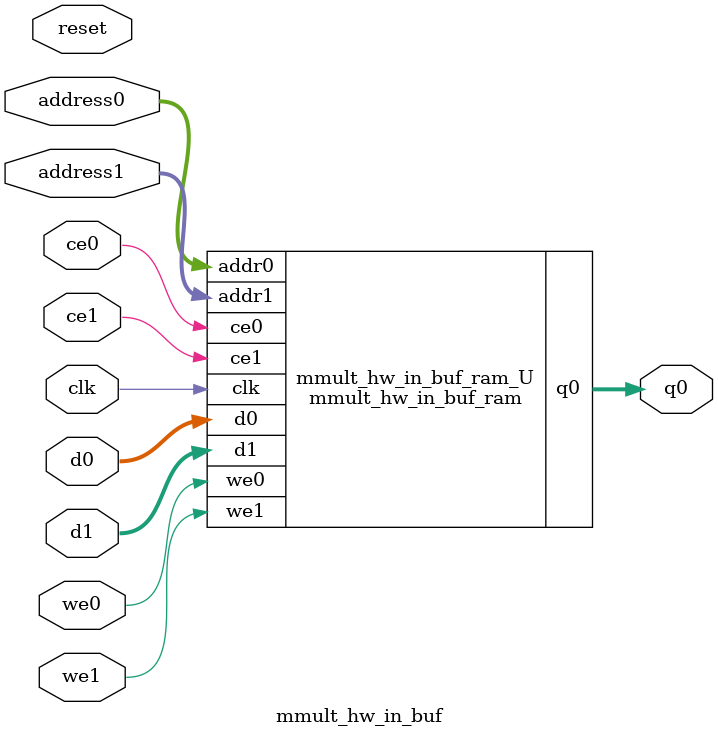
<source format=v>

`timescale 1 ns / 1 ps
module mmult_hw_in_buf_ram (addr0, ce0, d0, we0, q0, addr1, ce1, d1, we1,  clk);

parameter DWIDTH = 32;
parameter AWIDTH = 15;
parameter MEM_SIZE = 32768;

input[AWIDTH-1:0] addr0;
input ce0;
input[DWIDTH-1:0] d0;
input we0;
output reg[DWIDTH-1:0] q0;
input[AWIDTH-1:0] addr1;
input ce1;
input[DWIDTH-1:0] d1;
input we1;
input clk;

(* ram_style = "block" *)reg [DWIDTH-1:0] ram[0:MEM_SIZE-1];




always @(posedge clk)  
begin 
    if (ce0) 
    begin
        if (we0) 
        begin 
            ram[addr0] <= d0; 
            q0 <= d0;
        end 
        else 
            q0 <= ram[addr0];
    end
end


always @(posedge clk)  
begin 
    if (ce1) 
    begin
        if (we1) 
        begin 
            ram[addr1] <= d1; 
        end 
    end
end


endmodule


`timescale 1 ns / 1 ps
module mmult_hw_in_buf(
    reset,
    clk,
    address0,
    ce0,
    we0,
    d0,
    q0,
    address1,
    ce1,
    we1,
    d1);

parameter DataWidth = 32'd32;
parameter AddressRange = 32'd32768;
parameter AddressWidth = 32'd15;
input reset;
input clk;
input[AddressWidth - 1:0] address0;
input ce0;
input we0;
input[DataWidth - 1:0] d0;
output[DataWidth - 1:0] q0;
input[AddressWidth - 1:0] address1;
input ce1;
input we1;
input[DataWidth - 1:0] d1;



mmult_hw_in_buf_ram mmult_hw_in_buf_ram_U(
    .clk( clk ),
    .addr0( address0 ),
    .ce0( ce0 ),
    .d0( d0 ),
    .we0( we0 ),
    .q0( q0 ),
    .addr1( address1 ),
    .ce1( ce1 ),
    .d1( d1 ),
    .we1( we1 ));

endmodule


</source>
